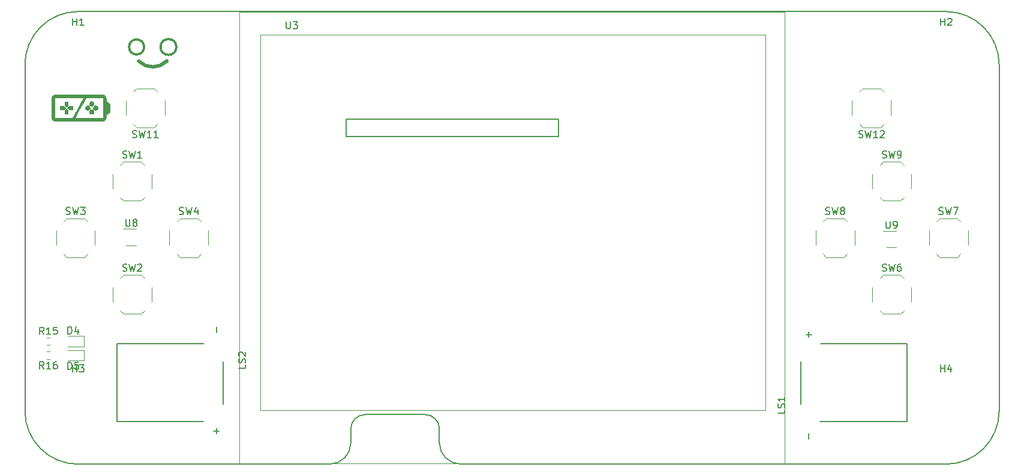
<source format=gbr>
G04 #@! TF.GenerationSoftware,KiCad,Pcbnew,7.0.9*
G04 #@! TF.CreationDate,2024-02-19T16:20:50+08:00*
G04 #@! TF.ProjectId,Teeny_girl,5465656e-795f-4676-9972-6c2e6b696361,rev?*
G04 #@! TF.SameCoordinates,Original*
G04 #@! TF.FileFunction,Legend,Top*
G04 #@! TF.FilePolarity,Positive*
%FSLAX46Y46*%
G04 Gerber Fmt 4.6, Leading zero omitted, Abs format (unit mm)*
G04 Created by KiCad (PCBNEW 7.0.9) date 2024-02-19 16:20:50*
%MOMM*%
%LPD*%
G01*
G04 APERTURE LIST*
%ADD10C,0.300000*%
%ADD11C,0.500000*%
%ADD12C,0.150000*%
%ADD13C,0.120000*%
%ADD14C,0.127000*%
%ADD15C,0.100000*%
G04 #@! TA.AperFunction,Profile*
%ADD16C,0.150000*%
G04 #@! TD*
G04 APERTURE END LIST*
D10*
X90865660Y-44651900D02*
G75*
G03*
X90865660Y-44651900I-1060660J0D01*
G01*
X95423034Y-44651900D02*
G75*
G03*
X95423034Y-44651900I-1118034J0D01*
G01*
D11*
X90080000Y-46639400D02*
G75*
G03*
X94080000Y-46639400I2000000J2000000D01*
G01*
D12*
X87861667Y-76299100D02*
X88004524Y-76346719D01*
X88004524Y-76346719D02*
X88242619Y-76346719D01*
X88242619Y-76346719D02*
X88337857Y-76299100D01*
X88337857Y-76299100D02*
X88385476Y-76251480D01*
X88385476Y-76251480D02*
X88433095Y-76156242D01*
X88433095Y-76156242D02*
X88433095Y-76061004D01*
X88433095Y-76061004D02*
X88385476Y-75965766D01*
X88385476Y-75965766D02*
X88337857Y-75918147D01*
X88337857Y-75918147D02*
X88242619Y-75870528D01*
X88242619Y-75870528D02*
X88052143Y-75822909D01*
X88052143Y-75822909D02*
X87956905Y-75775290D01*
X87956905Y-75775290D02*
X87909286Y-75727671D01*
X87909286Y-75727671D02*
X87861667Y-75632433D01*
X87861667Y-75632433D02*
X87861667Y-75537195D01*
X87861667Y-75537195D02*
X87909286Y-75441957D01*
X87909286Y-75441957D02*
X87956905Y-75394338D01*
X87956905Y-75394338D02*
X88052143Y-75346719D01*
X88052143Y-75346719D02*
X88290238Y-75346719D01*
X88290238Y-75346719D02*
X88433095Y-75394338D01*
X88766429Y-75346719D02*
X89004524Y-76346719D01*
X89004524Y-76346719D02*
X89195000Y-75632433D01*
X89195000Y-75632433D02*
X89385476Y-76346719D01*
X89385476Y-76346719D02*
X89623572Y-75346719D01*
X89956905Y-75441957D02*
X90004524Y-75394338D01*
X90004524Y-75394338D02*
X90099762Y-75346719D01*
X90099762Y-75346719D02*
X90337857Y-75346719D01*
X90337857Y-75346719D02*
X90433095Y-75394338D01*
X90433095Y-75394338D02*
X90480714Y-75441957D01*
X90480714Y-75441957D02*
X90528333Y-75537195D01*
X90528333Y-75537195D02*
X90528333Y-75632433D01*
X90528333Y-75632433D02*
X90480714Y-75775290D01*
X90480714Y-75775290D02*
X89909286Y-76346719D01*
X89909286Y-76346719D02*
X90528333Y-76346719D01*
X203283095Y-41596719D02*
X203283095Y-40596719D01*
X203283095Y-41072909D02*
X203854523Y-41072909D01*
X203854523Y-41596719D02*
X203854523Y-40596719D01*
X204283095Y-40691957D02*
X204330714Y-40644338D01*
X204330714Y-40644338D02*
X204425952Y-40596719D01*
X204425952Y-40596719D02*
X204664047Y-40596719D01*
X204664047Y-40596719D02*
X204759285Y-40644338D01*
X204759285Y-40644338D02*
X204806904Y-40691957D01*
X204806904Y-40691957D02*
X204854523Y-40787195D01*
X204854523Y-40787195D02*
X204854523Y-40882433D01*
X204854523Y-40882433D02*
X204806904Y-41025290D01*
X204806904Y-41025290D02*
X204235476Y-41596719D01*
X204235476Y-41596719D02*
X204854523Y-41596719D01*
X76714642Y-90151719D02*
X76381309Y-89675528D01*
X76143214Y-90151719D02*
X76143214Y-89151719D01*
X76143214Y-89151719D02*
X76524166Y-89151719D01*
X76524166Y-89151719D02*
X76619404Y-89199338D01*
X76619404Y-89199338D02*
X76667023Y-89246957D01*
X76667023Y-89246957D02*
X76714642Y-89342195D01*
X76714642Y-89342195D02*
X76714642Y-89485052D01*
X76714642Y-89485052D02*
X76667023Y-89580290D01*
X76667023Y-89580290D02*
X76619404Y-89627909D01*
X76619404Y-89627909D02*
X76524166Y-89675528D01*
X76524166Y-89675528D02*
X76143214Y-89675528D01*
X77667023Y-90151719D02*
X77095595Y-90151719D01*
X77381309Y-90151719D02*
X77381309Y-89151719D01*
X77381309Y-89151719D02*
X77286071Y-89294576D01*
X77286071Y-89294576D02*
X77190833Y-89389814D01*
X77190833Y-89389814D02*
X77095595Y-89437433D01*
X78524166Y-89151719D02*
X78333690Y-89151719D01*
X78333690Y-89151719D02*
X78238452Y-89199338D01*
X78238452Y-89199338D02*
X78190833Y-89246957D01*
X78190833Y-89246957D02*
X78095595Y-89389814D01*
X78095595Y-89389814D02*
X78047976Y-89580290D01*
X78047976Y-89580290D02*
X78047976Y-89961242D01*
X78047976Y-89961242D02*
X78095595Y-90056480D01*
X78095595Y-90056480D02*
X78143214Y-90104100D01*
X78143214Y-90104100D02*
X78238452Y-90151719D01*
X78238452Y-90151719D02*
X78428928Y-90151719D01*
X78428928Y-90151719D02*
X78524166Y-90104100D01*
X78524166Y-90104100D02*
X78571785Y-90056480D01*
X78571785Y-90056480D02*
X78619404Y-89961242D01*
X78619404Y-89961242D02*
X78619404Y-89723147D01*
X78619404Y-89723147D02*
X78571785Y-89627909D01*
X78571785Y-89627909D02*
X78524166Y-89580290D01*
X78524166Y-89580290D02*
X78428928Y-89532671D01*
X78428928Y-89532671D02*
X78238452Y-89532671D01*
X78238452Y-89532671D02*
X78143214Y-89580290D01*
X78143214Y-89580290D02*
X78095595Y-89627909D01*
X78095595Y-89627909D02*
X78047976Y-89723147D01*
X195061667Y-76299100D02*
X195204524Y-76346719D01*
X195204524Y-76346719D02*
X195442619Y-76346719D01*
X195442619Y-76346719D02*
X195537857Y-76299100D01*
X195537857Y-76299100D02*
X195585476Y-76251480D01*
X195585476Y-76251480D02*
X195633095Y-76156242D01*
X195633095Y-76156242D02*
X195633095Y-76061004D01*
X195633095Y-76061004D02*
X195585476Y-75965766D01*
X195585476Y-75965766D02*
X195537857Y-75918147D01*
X195537857Y-75918147D02*
X195442619Y-75870528D01*
X195442619Y-75870528D02*
X195252143Y-75822909D01*
X195252143Y-75822909D02*
X195156905Y-75775290D01*
X195156905Y-75775290D02*
X195109286Y-75727671D01*
X195109286Y-75727671D02*
X195061667Y-75632433D01*
X195061667Y-75632433D02*
X195061667Y-75537195D01*
X195061667Y-75537195D02*
X195109286Y-75441957D01*
X195109286Y-75441957D02*
X195156905Y-75394338D01*
X195156905Y-75394338D02*
X195252143Y-75346719D01*
X195252143Y-75346719D02*
X195490238Y-75346719D01*
X195490238Y-75346719D02*
X195633095Y-75394338D01*
X195966429Y-75346719D02*
X196204524Y-76346719D01*
X196204524Y-76346719D02*
X196395000Y-75632433D01*
X196395000Y-75632433D02*
X196585476Y-76346719D01*
X196585476Y-76346719D02*
X196823572Y-75346719D01*
X197633095Y-75346719D02*
X197442619Y-75346719D01*
X197442619Y-75346719D02*
X197347381Y-75394338D01*
X197347381Y-75394338D02*
X197299762Y-75441957D01*
X197299762Y-75441957D02*
X197204524Y-75584814D01*
X197204524Y-75584814D02*
X197156905Y-75775290D01*
X197156905Y-75775290D02*
X197156905Y-76156242D01*
X197156905Y-76156242D02*
X197204524Y-76251480D01*
X197204524Y-76251480D02*
X197252143Y-76299100D01*
X197252143Y-76299100D02*
X197347381Y-76346719D01*
X197347381Y-76346719D02*
X197537857Y-76346719D01*
X197537857Y-76346719D02*
X197633095Y-76299100D01*
X197633095Y-76299100D02*
X197680714Y-76251480D01*
X197680714Y-76251480D02*
X197728333Y-76156242D01*
X197728333Y-76156242D02*
X197728333Y-75918147D01*
X197728333Y-75918147D02*
X197680714Y-75822909D01*
X197680714Y-75822909D02*
X197633095Y-75775290D01*
X197633095Y-75775290D02*
X197537857Y-75727671D01*
X197537857Y-75727671D02*
X197347381Y-75727671D01*
X197347381Y-75727671D02*
X197252143Y-75775290D01*
X197252143Y-75775290D02*
X197204524Y-75822909D01*
X197204524Y-75822909D02*
X197156905Y-75918147D01*
X80119405Y-85221719D02*
X80119405Y-84221719D01*
X80119405Y-84221719D02*
X80357500Y-84221719D01*
X80357500Y-84221719D02*
X80500357Y-84269338D01*
X80500357Y-84269338D02*
X80595595Y-84364576D01*
X80595595Y-84364576D02*
X80643214Y-84459814D01*
X80643214Y-84459814D02*
X80690833Y-84650290D01*
X80690833Y-84650290D02*
X80690833Y-84793147D01*
X80690833Y-84793147D02*
X80643214Y-84983623D01*
X80643214Y-84983623D02*
X80595595Y-85078861D01*
X80595595Y-85078861D02*
X80500357Y-85174100D01*
X80500357Y-85174100D02*
X80357500Y-85221719D01*
X80357500Y-85221719D02*
X80119405Y-85221719D01*
X81547976Y-84555052D02*
X81547976Y-85221719D01*
X81309881Y-84174100D02*
X81071786Y-84888385D01*
X81071786Y-84888385D02*
X81690833Y-84888385D01*
X80783095Y-41596719D02*
X80783095Y-40596719D01*
X80783095Y-41072909D02*
X81354523Y-41072909D01*
X81354523Y-41596719D02*
X81354523Y-40596719D01*
X82354523Y-41596719D02*
X81783095Y-41596719D01*
X82068809Y-41596719D02*
X82068809Y-40596719D01*
X82068809Y-40596719D02*
X81973571Y-40739576D01*
X81973571Y-40739576D02*
X81878333Y-40834814D01*
X81878333Y-40834814D02*
X81783095Y-40882433D01*
X76714642Y-85291719D02*
X76381309Y-84815528D01*
X76143214Y-85291719D02*
X76143214Y-84291719D01*
X76143214Y-84291719D02*
X76524166Y-84291719D01*
X76524166Y-84291719D02*
X76619404Y-84339338D01*
X76619404Y-84339338D02*
X76667023Y-84386957D01*
X76667023Y-84386957D02*
X76714642Y-84482195D01*
X76714642Y-84482195D02*
X76714642Y-84625052D01*
X76714642Y-84625052D02*
X76667023Y-84720290D01*
X76667023Y-84720290D02*
X76619404Y-84767909D01*
X76619404Y-84767909D02*
X76524166Y-84815528D01*
X76524166Y-84815528D02*
X76143214Y-84815528D01*
X77667023Y-85291719D02*
X77095595Y-85291719D01*
X77381309Y-85291719D02*
X77381309Y-84291719D01*
X77381309Y-84291719D02*
X77286071Y-84434576D01*
X77286071Y-84434576D02*
X77190833Y-84529814D01*
X77190833Y-84529814D02*
X77095595Y-84577433D01*
X78571785Y-84291719D02*
X78095595Y-84291719D01*
X78095595Y-84291719D02*
X78047976Y-84767909D01*
X78047976Y-84767909D02*
X78095595Y-84720290D01*
X78095595Y-84720290D02*
X78190833Y-84672671D01*
X78190833Y-84672671D02*
X78428928Y-84672671D01*
X78428928Y-84672671D02*
X78524166Y-84720290D01*
X78524166Y-84720290D02*
X78571785Y-84767909D01*
X78571785Y-84767909D02*
X78619404Y-84863147D01*
X78619404Y-84863147D02*
X78619404Y-85101242D01*
X78619404Y-85101242D02*
X78571785Y-85196480D01*
X78571785Y-85196480D02*
X78524166Y-85244100D01*
X78524166Y-85244100D02*
X78428928Y-85291719D01*
X78428928Y-85291719D02*
X78190833Y-85291719D01*
X78190833Y-85291719D02*
X78095595Y-85244100D01*
X78095595Y-85244100D02*
X78047976Y-85196480D01*
X203061667Y-68299100D02*
X203204524Y-68346719D01*
X203204524Y-68346719D02*
X203442619Y-68346719D01*
X203442619Y-68346719D02*
X203537857Y-68299100D01*
X203537857Y-68299100D02*
X203585476Y-68251480D01*
X203585476Y-68251480D02*
X203633095Y-68156242D01*
X203633095Y-68156242D02*
X203633095Y-68061004D01*
X203633095Y-68061004D02*
X203585476Y-67965766D01*
X203585476Y-67965766D02*
X203537857Y-67918147D01*
X203537857Y-67918147D02*
X203442619Y-67870528D01*
X203442619Y-67870528D02*
X203252143Y-67822909D01*
X203252143Y-67822909D02*
X203156905Y-67775290D01*
X203156905Y-67775290D02*
X203109286Y-67727671D01*
X203109286Y-67727671D02*
X203061667Y-67632433D01*
X203061667Y-67632433D02*
X203061667Y-67537195D01*
X203061667Y-67537195D02*
X203109286Y-67441957D01*
X203109286Y-67441957D02*
X203156905Y-67394338D01*
X203156905Y-67394338D02*
X203252143Y-67346719D01*
X203252143Y-67346719D02*
X203490238Y-67346719D01*
X203490238Y-67346719D02*
X203633095Y-67394338D01*
X203966429Y-67346719D02*
X204204524Y-68346719D01*
X204204524Y-68346719D02*
X204395000Y-67632433D01*
X204395000Y-67632433D02*
X204585476Y-68346719D01*
X204585476Y-68346719D02*
X204823572Y-67346719D01*
X205109286Y-67346719D02*
X205775952Y-67346719D01*
X205775952Y-67346719D02*
X205347381Y-68346719D01*
X80119405Y-90221719D02*
X80119405Y-89221719D01*
X80119405Y-89221719D02*
X80357500Y-89221719D01*
X80357500Y-89221719D02*
X80500357Y-89269338D01*
X80500357Y-89269338D02*
X80595595Y-89364576D01*
X80595595Y-89364576D02*
X80643214Y-89459814D01*
X80643214Y-89459814D02*
X80690833Y-89650290D01*
X80690833Y-89650290D02*
X80690833Y-89793147D01*
X80690833Y-89793147D02*
X80643214Y-89983623D01*
X80643214Y-89983623D02*
X80595595Y-90078861D01*
X80595595Y-90078861D02*
X80500357Y-90174100D01*
X80500357Y-90174100D02*
X80357500Y-90221719D01*
X80357500Y-90221719D02*
X80119405Y-90221719D01*
X81595595Y-89221719D02*
X81119405Y-89221719D01*
X81119405Y-89221719D02*
X81071786Y-89697909D01*
X81071786Y-89697909D02*
X81119405Y-89650290D01*
X81119405Y-89650290D02*
X81214643Y-89602671D01*
X81214643Y-89602671D02*
X81452738Y-89602671D01*
X81452738Y-89602671D02*
X81547976Y-89650290D01*
X81547976Y-89650290D02*
X81595595Y-89697909D01*
X81595595Y-89697909D02*
X81643214Y-89793147D01*
X81643214Y-89793147D02*
X81643214Y-90031242D01*
X81643214Y-90031242D02*
X81595595Y-90126480D01*
X81595595Y-90126480D02*
X81547976Y-90174100D01*
X81547976Y-90174100D02*
X81452738Y-90221719D01*
X81452738Y-90221719D02*
X81214643Y-90221719D01*
X81214643Y-90221719D02*
X81119405Y-90174100D01*
X81119405Y-90174100D02*
X81071786Y-90126480D01*
X89235476Y-57429100D02*
X89378333Y-57476719D01*
X89378333Y-57476719D02*
X89616428Y-57476719D01*
X89616428Y-57476719D02*
X89711666Y-57429100D01*
X89711666Y-57429100D02*
X89759285Y-57381480D01*
X89759285Y-57381480D02*
X89806904Y-57286242D01*
X89806904Y-57286242D02*
X89806904Y-57191004D01*
X89806904Y-57191004D02*
X89759285Y-57095766D01*
X89759285Y-57095766D02*
X89711666Y-57048147D01*
X89711666Y-57048147D02*
X89616428Y-57000528D01*
X89616428Y-57000528D02*
X89425952Y-56952909D01*
X89425952Y-56952909D02*
X89330714Y-56905290D01*
X89330714Y-56905290D02*
X89283095Y-56857671D01*
X89283095Y-56857671D02*
X89235476Y-56762433D01*
X89235476Y-56762433D02*
X89235476Y-56667195D01*
X89235476Y-56667195D02*
X89283095Y-56571957D01*
X89283095Y-56571957D02*
X89330714Y-56524338D01*
X89330714Y-56524338D02*
X89425952Y-56476719D01*
X89425952Y-56476719D02*
X89664047Y-56476719D01*
X89664047Y-56476719D02*
X89806904Y-56524338D01*
X90140238Y-56476719D02*
X90378333Y-57476719D01*
X90378333Y-57476719D02*
X90568809Y-56762433D01*
X90568809Y-56762433D02*
X90759285Y-57476719D01*
X90759285Y-57476719D02*
X90997381Y-56476719D01*
X91902142Y-57476719D02*
X91330714Y-57476719D01*
X91616428Y-57476719D02*
X91616428Y-56476719D01*
X91616428Y-56476719D02*
X91521190Y-56619576D01*
X91521190Y-56619576D02*
X91425952Y-56714814D01*
X91425952Y-56714814D02*
X91330714Y-56762433D01*
X92854523Y-57476719D02*
X92283095Y-57476719D01*
X92568809Y-57476719D02*
X92568809Y-56476719D01*
X92568809Y-56476719D02*
X92473571Y-56619576D01*
X92473571Y-56619576D02*
X92378333Y-56714814D01*
X92378333Y-56714814D02*
X92283095Y-56762433D01*
X95861667Y-68299100D02*
X96004524Y-68346719D01*
X96004524Y-68346719D02*
X96242619Y-68346719D01*
X96242619Y-68346719D02*
X96337857Y-68299100D01*
X96337857Y-68299100D02*
X96385476Y-68251480D01*
X96385476Y-68251480D02*
X96433095Y-68156242D01*
X96433095Y-68156242D02*
X96433095Y-68061004D01*
X96433095Y-68061004D02*
X96385476Y-67965766D01*
X96385476Y-67965766D02*
X96337857Y-67918147D01*
X96337857Y-67918147D02*
X96242619Y-67870528D01*
X96242619Y-67870528D02*
X96052143Y-67822909D01*
X96052143Y-67822909D02*
X95956905Y-67775290D01*
X95956905Y-67775290D02*
X95909286Y-67727671D01*
X95909286Y-67727671D02*
X95861667Y-67632433D01*
X95861667Y-67632433D02*
X95861667Y-67537195D01*
X95861667Y-67537195D02*
X95909286Y-67441957D01*
X95909286Y-67441957D02*
X95956905Y-67394338D01*
X95956905Y-67394338D02*
X96052143Y-67346719D01*
X96052143Y-67346719D02*
X96290238Y-67346719D01*
X96290238Y-67346719D02*
X96433095Y-67394338D01*
X96766429Y-67346719D02*
X97004524Y-68346719D01*
X97004524Y-68346719D02*
X97195000Y-67632433D01*
X97195000Y-67632433D02*
X97385476Y-68346719D01*
X97385476Y-68346719D02*
X97623572Y-67346719D01*
X98433095Y-67680052D02*
X98433095Y-68346719D01*
X98195000Y-67299100D02*
X97956905Y-68013385D01*
X97956905Y-68013385D02*
X98575952Y-68013385D01*
X88283095Y-68996719D02*
X88283095Y-69806242D01*
X88283095Y-69806242D02*
X88330714Y-69901480D01*
X88330714Y-69901480D02*
X88378333Y-69949100D01*
X88378333Y-69949100D02*
X88473571Y-69996719D01*
X88473571Y-69996719D02*
X88664047Y-69996719D01*
X88664047Y-69996719D02*
X88759285Y-69949100D01*
X88759285Y-69949100D02*
X88806904Y-69901480D01*
X88806904Y-69901480D02*
X88854523Y-69806242D01*
X88854523Y-69806242D02*
X88854523Y-68996719D01*
X89473571Y-69425290D02*
X89378333Y-69377671D01*
X89378333Y-69377671D02*
X89330714Y-69330052D01*
X89330714Y-69330052D02*
X89283095Y-69234814D01*
X89283095Y-69234814D02*
X89283095Y-69187195D01*
X89283095Y-69187195D02*
X89330714Y-69091957D01*
X89330714Y-69091957D02*
X89378333Y-69044338D01*
X89378333Y-69044338D02*
X89473571Y-68996719D01*
X89473571Y-68996719D02*
X89664047Y-68996719D01*
X89664047Y-68996719D02*
X89759285Y-69044338D01*
X89759285Y-69044338D02*
X89806904Y-69091957D01*
X89806904Y-69091957D02*
X89854523Y-69187195D01*
X89854523Y-69187195D02*
X89854523Y-69234814D01*
X89854523Y-69234814D02*
X89806904Y-69330052D01*
X89806904Y-69330052D02*
X89759285Y-69377671D01*
X89759285Y-69377671D02*
X89664047Y-69425290D01*
X89664047Y-69425290D02*
X89473571Y-69425290D01*
X89473571Y-69425290D02*
X89378333Y-69472909D01*
X89378333Y-69472909D02*
X89330714Y-69520528D01*
X89330714Y-69520528D02*
X89283095Y-69615766D01*
X89283095Y-69615766D02*
X89283095Y-69806242D01*
X89283095Y-69806242D02*
X89330714Y-69901480D01*
X89330714Y-69901480D02*
X89378333Y-69949100D01*
X89378333Y-69949100D02*
X89473571Y-69996719D01*
X89473571Y-69996719D02*
X89664047Y-69996719D01*
X89664047Y-69996719D02*
X89759285Y-69949100D01*
X89759285Y-69949100D02*
X89806904Y-69901480D01*
X89806904Y-69901480D02*
X89854523Y-69806242D01*
X89854523Y-69806242D02*
X89854523Y-69615766D01*
X89854523Y-69615766D02*
X89806904Y-69520528D01*
X89806904Y-69520528D02*
X89759285Y-69472909D01*
X89759285Y-69472909D02*
X89664047Y-69425290D01*
X105194655Y-89601453D02*
X105194655Y-90079203D01*
X105194655Y-90079203D02*
X104191379Y-90079203D01*
X105146880Y-89314802D02*
X105194655Y-89171477D01*
X105194655Y-89171477D02*
X105194655Y-88932602D01*
X105194655Y-88932602D02*
X105146880Y-88837052D01*
X105146880Y-88837052D02*
X105099104Y-88789277D01*
X105099104Y-88789277D02*
X105003554Y-88741502D01*
X105003554Y-88741502D02*
X104908004Y-88741502D01*
X104908004Y-88741502D02*
X104812454Y-88789277D01*
X104812454Y-88789277D02*
X104764679Y-88837052D01*
X104764679Y-88837052D02*
X104716904Y-88932602D01*
X104716904Y-88932602D02*
X104669129Y-89123702D01*
X104669129Y-89123702D02*
X104621354Y-89219252D01*
X104621354Y-89219252D02*
X104573579Y-89267027D01*
X104573579Y-89267027D02*
X104478029Y-89314802D01*
X104478029Y-89314802D02*
X104382479Y-89314802D01*
X104382479Y-89314802D02*
X104286929Y-89267027D01*
X104286929Y-89267027D02*
X104239154Y-89219252D01*
X104239154Y-89219252D02*
X104191379Y-89123702D01*
X104191379Y-89123702D02*
X104191379Y-88884827D01*
X104191379Y-88884827D02*
X104239154Y-88741502D01*
X104286929Y-88359301D02*
X104239154Y-88311526D01*
X104239154Y-88311526D02*
X104191379Y-88215976D01*
X104191379Y-88215976D02*
X104191379Y-87977101D01*
X104191379Y-87977101D02*
X104239154Y-87881551D01*
X104239154Y-87881551D02*
X104286929Y-87833776D01*
X104286929Y-87833776D02*
X104382479Y-87786001D01*
X104382479Y-87786001D02*
X104478029Y-87786001D01*
X104478029Y-87786001D02*
X104621354Y-87833776D01*
X104621354Y-87833776D02*
X105194655Y-88407076D01*
X105194655Y-88407076D02*
X105194655Y-87786001D01*
X101071085Y-84998561D02*
X101071085Y-84234059D01*
X101064827Y-99340434D02*
X101064827Y-98576664D01*
X101446712Y-98958549D02*
X100682942Y-98958549D01*
X87861667Y-60299100D02*
X88004524Y-60346719D01*
X88004524Y-60346719D02*
X88242619Y-60346719D01*
X88242619Y-60346719D02*
X88337857Y-60299100D01*
X88337857Y-60299100D02*
X88385476Y-60251480D01*
X88385476Y-60251480D02*
X88433095Y-60156242D01*
X88433095Y-60156242D02*
X88433095Y-60061004D01*
X88433095Y-60061004D02*
X88385476Y-59965766D01*
X88385476Y-59965766D02*
X88337857Y-59918147D01*
X88337857Y-59918147D02*
X88242619Y-59870528D01*
X88242619Y-59870528D02*
X88052143Y-59822909D01*
X88052143Y-59822909D02*
X87956905Y-59775290D01*
X87956905Y-59775290D02*
X87909286Y-59727671D01*
X87909286Y-59727671D02*
X87861667Y-59632433D01*
X87861667Y-59632433D02*
X87861667Y-59537195D01*
X87861667Y-59537195D02*
X87909286Y-59441957D01*
X87909286Y-59441957D02*
X87956905Y-59394338D01*
X87956905Y-59394338D02*
X88052143Y-59346719D01*
X88052143Y-59346719D02*
X88290238Y-59346719D01*
X88290238Y-59346719D02*
X88433095Y-59394338D01*
X88766429Y-59346719D02*
X89004524Y-60346719D01*
X89004524Y-60346719D02*
X89195000Y-59632433D01*
X89195000Y-59632433D02*
X89385476Y-60346719D01*
X89385476Y-60346719D02*
X89623572Y-59346719D01*
X90528333Y-60346719D02*
X89956905Y-60346719D01*
X90242619Y-60346719D02*
X90242619Y-59346719D01*
X90242619Y-59346719D02*
X90147381Y-59489576D01*
X90147381Y-59489576D02*
X90052143Y-59584814D01*
X90052143Y-59584814D02*
X89956905Y-59632433D01*
X181308015Y-95972273D02*
X181308015Y-96450023D01*
X181308015Y-96450023D02*
X180304739Y-96450023D01*
X181260240Y-95685622D02*
X181308015Y-95542297D01*
X181308015Y-95542297D02*
X181308015Y-95303422D01*
X181308015Y-95303422D02*
X181260240Y-95207872D01*
X181260240Y-95207872D02*
X181212464Y-95160097D01*
X181212464Y-95160097D02*
X181116914Y-95112322D01*
X181116914Y-95112322D02*
X181021364Y-95112322D01*
X181021364Y-95112322D02*
X180925814Y-95160097D01*
X180925814Y-95160097D02*
X180878039Y-95207872D01*
X180878039Y-95207872D02*
X180830264Y-95303422D01*
X180830264Y-95303422D02*
X180782489Y-95494522D01*
X180782489Y-95494522D02*
X180734714Y-95590072D01*
X180734714Y-95590072D02*
X180686939Y-95637847D01*
X180686939Y-95637847D02*
X180591389Y-95685622D01*
X180591389Y-95685622D02*
X180495839Y-95685622D01*
X180495839Y-95685622D02*
X180400289Y-95637847D01*
X180400289Y-95637847D02*
X180352514Y-95590072D01*
X180352514Y-95590072D02*
X180304739Y-95494522D01*
X180304739Y-95494522D02*
X180304739Y-95255647D01*
X180304739Y-95255647D02*
X180352514Y-95112322D01*
X181308015Y-94156821D02*
X181308015Y-94730121D01*
X181308015Y-94443471D02*
X180304739Y-94443471D01*
X180304739Y-94443471D02*
X180448064Y-94539021D01*
X180448064Y-94539021D02*
X180543614Y-94634571D01*
X180543614Y-94634571D02*
X180591389Y-94730121D01*
X184673307Y-85707134D02*
X184673307Y-84943364D01*
X185055192Y-85325249D02*
X184291422Y-85325249D01*
X184667205Y-100049741D02*
X184667205Y-99285239D01*
X195583095Y-69296719D02*
X195583095Y-70106242D01*
X195583095Y-70106242D02*
X195630714Y-70201480D01*
X195630714Y-70201480D02*
X195678333Y-70249100D01*
X195678333Y-70249100D02*
X195773571Y-70296719D01*
X195773571Y-70296719D02*
X195964047Y-70296719D01*
X195964047Y-70296719D02*
X196059285Y-70249100D01*
X196059285Y-70249100D02*
X196106904Y-70201480D01*
X196106904Y-70201480D02*
X196154523Y-70106242D01*
X196154523Y-70106242D02*
X196154523Y-69296719D01*
X196678333Y-70296719D02*
X196868809Y-70296719D01*
X196868809Y-70296719D02*
X196964047Y-70249100D01*
X196964047Y-70249100D02*
X197011666Y-70201480D01*
X197011666Y-70201480D02*
X197106904Y-70058623D01*
X197106904Y-70058623D02*
X197154523Y-69868147D01*
X197154523Y-69868147D02*
X197154523Y-69487195D01*
X197154523Y-69487195D02*
X197106904Y-69391957D01*
X197106904Y-69391957D02*
X197059285Y-69344338D01*
X197059285Y-69344338D02*
X196964047Y-69296719D01*
X196964047Y-69296719D02*
X196773571Y-69296719D01*
X196773571Y-69296719D02*
X196678333Y-69344338D01*
X196678333Y-69344338D02*
X196630714Y-69391957D01*
X196630714Y-69391957D02*
X196583095Y-69487195D01*
X196583095Y-69487195D02*
X196583095Y-69725290D01*
X196583095Y-69725290D02*
X196630714Y-69820528D01*
X196630714Y-69820528D02*
X196678333Y-69868147D01*
X196678333Y-69868147D02*
X196773571Y-69915766D01*
X196773571Y-69915766D02*
X196964047Y-69915766D01*
X196964047Y-69915766D02*
X197059285Y-69868147D01*
X197059285Y-69868147D02*
X197106904Y-69820528D01*
X197106904Y-69820528D02*
X197154523Y-69725290D01*
X195061667Y-60299100D02*
X195204524Y-60346719D01*
X195204524Y-60346719D02*
X195442619Y-60346719D01*
X195442619Y-60346719D02*
X195537857Y-60299100D01*
X195537857Y-60299100D02*
X195585476Y-60251480D01*
X195585476Y-60251480D02*
X195633095Y-60156242D01*
X195633095Y-60156242D02*
X195633095Y-60061004D01*
X195633095Y-60061004D02*
X195585476Y-59965766D01*
X195585476Y-59965766D02*
X195537857Y-59918147D01*
X195537857Y-59918147D02*
X195442619Y-59870528D01*
X195442619Y-59870528D02*
X195252143Y-59822909D01*
X195252143Y-59822909D02*
X195156905Y-59775290D01*
X195156905Y-59775290D02*
X195109286Y-59727671D01*
X195109286Y-59727671D02*
X195061667Y-59632433D01*
X195061667Y-59632433D02*
X195061667Y-59537195D01*
X195061667Y-59537195D02*
X195109286Y-59441957D01*
X195109286Y-59441957D02*
X195156905Y-59394338D01*
X195156905Y-59394338D02*
X195252143Y-59346719D01*
X195252143Y-59346719D02*
X195490238Y-59346719D01*
X195490238Y-59346719D02*
X195633095Y-59394338D01*
X195966429Y-59346719D02*
X196204524Y-60346719D01*
X196204524Y-60346719D02*
X196395000Y-59632433D01*
X196395000Y-59632433D02*
X196585476Y-60346719D01*
X196585476Y-60346719D02*
X196823572Y-59346719D01*
X197252143Y-60346719D02*
X197442619Y-60346719D01*
X197442619Y-60346719D02*
X197537857Y-60299100D01*
X197537857Y-60299100D02*
X197585476Y-60251480D01*
X197585476Y-60251480D02*
X197680714Y-60108623D01*
X197680714Y-60108623D02*
X197728333Y-59918147D01*
X197728333Y-59918147D02*
X197728333Y-59537195D01*
X197728333Y-59537195D02*
X197680714Y-59441957D01*
X197680714Y-59441957D02*
X197633095Y-59394338D01*
X197633095Y-59394338D02*
X197537857Y-59346719D01*
X197537857Y-59346719D02*
X197347381Y-59346719D01*
X197347381Y-59346719D02*
X197252143Y-59394338D01*
X197252143Y-59394338D02*
X197204524Y-59441957D01*
X197204524Y-59441957D02*
X197156905Y-59537195D01*
X197156905Y-59537195D02*
X197156905Y-59775290D01*
X197156905Y-59775290D02*
X197204524Y-59870528D01*
X197204524Y-59870528D02*
X197252143Y-59918147D01*
X197252143Y-59918147D02*
X197347381Y-59965766D01*
X197347381Y-59965766D02*
X197537857Y-59965766D01*
X197537857Y-59965766D02*
X197633095Y-59918147D01*
X197633095Y-59918147D02*
X197680714Y-59870528D01*
X197680714Y-59870528D02*
X197728333Y-59775290D01*
X203283095Y-90596719D02*
X203283095Y-89596719D01*
X203283095Y-90072909D02*
X203854523Y-90072909D01*
X203854523Y-90596719D02*
X203854523Y-89596719D01*
X204759285Y-89930052D02*
X204759285Y-90596719D01*
X204521190Y-89549100D02*
X204283095Y-90263385D01*
X204283095Y-90263385D02*
X204902142Y-90263385D01*
X110935695Y-41077919D02*
X110935695Y-41887442D01*
X110935695Y-41887442D02*
X110983314Y-41982680D01*
X110983314Y-41982680D02*
X111030933Y-42030300D01*
X111030933Y-42030300D02*
X111126171Y-42077919D01*
X111126171Y-42077919D02*
X111316647Y-42077919D01*
X111316647Y-42077919D02*
X111411885Y-42030300D01*
X111411885Y-42030300D02*
X111459504Y-41982680D01*
X111459504Y-41982680D02*
X111507123Y-41887442D01*
X111507123Y-41887442D02*
X111507123Y-41077919D01*
X111888076Y-41077919D02*
X112507123Y-41077919D01*
X112507123Y-41077919D02*
X112173790Y-41458871D01*
X112173790Y-41458871D02*
X112316647Y-41458871D01*
X112316647Y-41458871D02*
X112411885Y-41506490D01*
X112411885Y-41506490D02*
X112459504Y-41554109D01*
X112459504Y-41554109D02*
X112507123Y-41649347D01*
X112507123Y-41649347D02*
X112507123Y-41887442D01*
X112507123Y-41887442D02*
X112459504Y-41982680D01*
X112459504Y-41982680D02*
X112411885Y-42030300D01*
X112411885Y-42030300D02*
X112316647Y-42077919D01*
X112316647Y-42077919D02*
X112030933Y-42077919D01*
X112030933Y-42077919D02*
X111935695Y-42030300D01*
X111935695Y-42030300D02*
X111888076Y-41982680D01*
X187061667Y-68299100D02*
X187204524Y-68346719D01*
X187204524Y-68346719D02*
X187442619Y-68346719D01*
X187442619Y-68346719D02*
X187537857Y-68299100D01*
X187537857Y-68299100D02*
X187585476Y-68251480D01*
X187585476Y-68251480D02*
X187633095Y-68156242D01*
X187633095Y-68156242D02*
X187633095Y-68061004D01*
X187633095Y-68061004D02*
X187585476Y-67965766D01*
X187585476Y-67965766D02*
X187537857Y-67918147D01*
X187537857Y-67918147D02*
X187442619Y-67870528D01*
X187442619Y-67870528D02*
X187252143Y-67822909D01*
X187252143Y-67822909D02*
X187156905Y-67775290D01*
X187156905Y-67775290D02*
X187109286Y-67727671D01*
X187109286Y-67727671D02*
X187061667Y-67632433D01*
X187061667Y-67632433D02*
X187061667Y-67537195D01*
X187061667Y-67537195D02*
X187109286Y-67441957D01*
X187109286Y-67441957D02*
X187156905Y-67394338D01*
X187156905Y-67394338D02*
X187252143Y-67346719D01*
X187252143Y-67346719D02*
X187490238Y-67346719D01*
X187490238Y-67346719D02*
X187633095Y-67394338D01*
X187966429Y-67346719D02*
X188204524Y-68346719D01*
X188204524Y-68346719D02*
X188395000Y-67632433D01*
X188395000Y-67632433D02*
X188585476Y-68346719D01*
X188585476Y-68346719D02*
X188823572Y-67346719D01*
X189347381Y-67775290D02*
X189252143Y-67727671D01*
X189252143Y-67727671D02*
X189204524Y-67680052D01*
X189204524Y-67680052D02*
X189156905Y-67584814D01*
X189156905Y-67584814D02*
X189156905Y-67537195D01*
X189156905Y-67537195D02*
X189204524Y-67441957D01*
X189204524Y-67441957D02*
X189252143Y-67394338D01*
X189252143Y-67394338D02*
X189347381Y-67346719D01*
X189347381Y-67346719D02*
X189537857Y-67346719D01*
X189537857Y-67346719D02*
X189633095Y-67394338D01*
X189633095Y-67394338D02*
X189680714Y-67441957D01*
X189680714Y-67441957D02*
X189728333Y-67537195D01*
X189728333Y-67537195D02*
X189728333Y-67584814D01*
X189728333Y-67584814D02*
X189680714Y-67680052D01*
X189680714Y-67680052D02*
X189633095Y-67727671D01*
X189633095Y-67727671D02*
X189537857Y-67775290D01*
X189537857Y-67775290D02*
X189347381Y-67775290D01*
X189347381Y-67775290D02*
X189252143Y-67822909D01*
X189252143Y-67822909D02*
X189204524Y-67870528D01*
X189204524Y-67870528D02*
X189156905Y-67965766D01*
X189156905Y-67965766D02*
X189156905Y-68156242D01*
X189156905Y-68156242D02*
X189204524Y-68251480D01*
X189204524Y-68251480D02*
X189252143Y-68299100D01*
X189252143Y-68299100D02*
X189347381Y-68346719D01*
X189347381Y-68346719D02*
X189537857Y-68346719D01*
X189537857Y-68346719D02*
X189633095Y-68299100D01*
X189633095Y-68299100D02*
X189680714Y-68251480D01*
X189680714Y-68251480D02*
X189728333Y-68156242D01*
X189728333Y-68156242D02*
X189728333Y-67965766D01*
X189728333Y-67965766D02*
X189680714Y-67870528D01*
X189680714Y-67870528D02*
X189633095Y-67822909D01*
X189633095Y-67822909D02*
X189537857Y-67775290D01*
X79861667Y-68299100D02*
X80004524Y-68346719D01*
X80004524Y-68346719D02*
X80242619Y-68346719D01*
X80242619Y-68346719D02*
X80337857Y-68299100D01*
X80337857Y-68299100D02*
X80385476Y-68251480D01*
X80385476Y-68251480D02*
X80433095Y-68156242D01*
X80433095Y-68156242D02*
X80433095Y-68061004D01*
X80433095Y-68061004D02*
X80385476Y-67965766D01*
X80385476Y-67965766D02*
X80337857Y-67918147D01*
X80337857Y-67918147D02*
X80242619Y-67870528D01*
X80242619Y-67870528D02*
X80052143Y-67822909D01*
X80052143Y-67822909D02*
X79956905Y-67775290D01*
X79956905Y-67775290D02*
X79909286Y-67727671D01*
X79909286Y-67727671D02*
X79861667Y-67632433D01*
X79861667Y-67632433D02*
X79861667Y-67537195D01*
X79861667Y-67537195D02*
X79909286Y-67441957D01*
X79909286Y-67441957D02*
X79956905Y-67394338D01*
X79956905Y-67394338D02*
X80052143Y-67346719D01*
X80052143Y-67346719D02*
X80290238Y-67346719D01*
X80290238Y-67346719D02*
X80433095Y-67394338D01*
X80766429Y-67346719D02*
X81004524Y-68346719D01*
X81004524Y-68346719D02*
X81195000Y-67632433D01*
X81195000Y-67632433D02*
X81385476Y-68346719D01*
X81385476Y-68346719D02*
X81623572Y-67346719D01*
X81909286Y-67346719D02*
X82528333Y-67346719D01*
X82528333Y-67346719D02*
X82195000Y-67727671D01*
X82195000Y-67727671D02*
X82337857Y-67727671D01*
X82337857Y-67727671D02*
X82433095Y-67775290D01*
X82433095Y-67775290D02*
X82480714Y-67822909D01*
X82480714Y-67822909D02*
X82528333Y-67918147D01*
X82528333Y-67918147D02*
X82528333Y-68156242D01*
X82528333Y-68156242D02*
X82480714Y-68251480D01*
X82480714Y-68251480D02*
X82433095Y-68299100D01*
X82433095Y-68299100D02*
X82337857Y-68346719D01*
X82337857Y-68346719D02*
X82052143Y-68346719D01*
X82052143Y-68346719D02*
X81956905Y-68299100D01*
X81956905Y-68299100D02*
X81909286Y-68251480D01*
X80783095Y-90596719D02*
X80783095Y-89596719D01*
X80783095Y-90072909D02*
X81354523Y-90072909D01*
X81354523Y-90596719D02*
X81354523Y-89596719D01*
X81735476Y-89596719D02*
X82354523Y-89596719D01*
X82354523Y-89596719D02*
X82021190Y-89977671D01*
X82021190Y-89977671D02*
X82164047Y-89977671D01*
X82164047Y-89977671D02*
X82259285Y-90025290D01*
X82259285Y-90025290D02*
X82306904Y-90072909D01*
X82306904Y-90072909D02*
X82354523Y-90168147D01*
X82354523Y-90168147D02*
X82354523Y-90406242D01*
X82354523Y-90406242D02*
X82306904Y-90501480D01*
X82306904Y-90501480D02*
X82259285Y-90549100D01*
X82259285Y-90549100D02*
X82164047Y-90596719D01*
X82164047Y-90596719D02*
X81878333Y-90596719D01*
X81878333Y-90596719D02*
X81783095Y-90549100D01*
X81783095Y-90549100D02*
X81735476Y-90501480D01*
X191735476Y-57424100D02*
X191878333Y-57471719D01*
X191878333Y-57471719D02*
X192116428Y-57471719D01*
X192116428Y-57471719D02*
X192211666Y-57424100D01*
X192211666Y-57424100D02*
X192259285Y-57376480D01*
X192259285Y-57376480D02*
X192306904Y-57281242D01*
X192306904Y-57281242D02*
X192306904Y-57186004D01*
X192306904Y-57186004D02*
X192259285Y-57090766D01*
X192259285Y-57090766D02*
X192211666Y-57043147D01*
X192211666Y-57043147D02*
X192116428Y-56995528D01*
X192116428Y-56995528D02*
X191925952Y-56947909D01*
X191925952Y-56947909D02*
X191830714Y-56900290D01*
X191830714Y-56900290D02*
X191783095Y-56852671D01*
X191783095Y-56852671D02*
X191735476Y-56757433D01*
X191735476Y-56757433D02*
X191735476Y-56662195D01*
X191735476Y-56662195D02*
X191783095Y-56566957D01*
X191783095Y-56566957D02*
X191830714Y-56519338D01*
X191830714Y-56519338D02*
X191925952Y-56471719D01*
X191925952Y-56471719D02*
X192164047Y-56471719D01*
X192164047Y-56471719D02*
X192306904Y-56519338D01*
X192640238Y-56471719D02*
X192878333Y-57471719D01*
X192878333Y-57471719D02*
X193068809Y-56757433D01*
X193068809Y-56757433D02*
X193259285Y-57471719D01*
X193259285Y-57471719D02*
X193497381Y-56471719D01*
X194402142Y-57471719D02*
X193830714Y-57471719D01*
X194116428Y-57471719D02*
X194116428Y-56471719D01*
X194116428Y-56471719D02*
X194021190Y-56614576D01*
X194021190Y-56614576D02*
X193925952Y-56709814D01*
X193925952Y-56709814D02*
X193830714Y-56757433D01*
X194783095Y-56566957D02*
X194830714Y-56519338D01*
X194830714Y-56519338D02*
X194925952Y-56471719D01*
X194925952Y-56471719D02*
X195164047Y-56471719D01*
X195164047Y-56471719D02*
X195259285Y-56519338D01*
X195259285Y-56519338D02*
X195306904Y-56566957D01*
X195306904Y-56566957D02*
X195354523Y-56662195D01*
X195354523Y-56662195D02*
X195354523Y-56757433D01*
X195354523Y-56757433D02*
X195306904Y-56900290D01*
X195306904Y-56900290D02*
X194735476Y-57471719D01*
X194735476Y-57471719D02*
X195354523Y-57471719D01*
D13*
X86445000Y-78641900D02*
X86445000Y-80641900D01*
X87495000Y-77341900D02*
X87945000Y-76891900D01*
X87495000Y-81941900D02*
X87945000Y-82391900D01*
X87945000Y-76891900D02*
X90445000Y-76891900D01*
X87945000Y-82391900D02*
X90445000Y-82391900D01*
X90895000Y-77341900D02*
X90445000Y-76891900D01*
X90895000Y-81941900D02*
X90445000Y-82391900D01*
X91945000Y-78641900D02*
X91945000Y-80641900D01*
G36*
X80071212Y-53480193D02*
G01*
X80210355Y-53627327D01*
X80210909Y-53917723D01*
X80211464Y-54208119D01*
X79932683Y-54208119D01*
X79653903Y-54208119D01*
X79653903Y-53917492D01*
X79653903Y-53626865D01*
X79792987Y-53479962D01*
X79932070Y-53333058D01*
X80071212Y-53480193D01*
G37*
G36*
X80211464Y-52654410D02*
G01*
X80211464Y-52943749D01*
X80083690Y-53076452D01*
X80032313Y-53129307D01*
X79987883Y-53174080D01*
X79955269Y-53205926D01*
X79939589Y-53219844D01*
X79923375Y-53213221D01*
X79890914Y-53187108D01*
X79846429Y-53145262D01*
X79794141Y-53091442D01*
X79788582Y-53085477D01*
X79653903Y-52940423D01*
X79653903Y-52652747D01*
X79653903Y-52365071D01*
X79932683Y-52365071D01*
X80211464Y-52365071D01*
X80211464Y-52654410D01*
G37*
G36*
X79720632Y-53150724D02*
G01*
X79774915Y-53203474D01*
X79820405Y-53249458D01*
X79852648Y-53284046D01*
X79867191Y-53302606D01*
X79867513Y-53303448D01*
X79858424Y-53319692D01*
X79830344Y-53352012D01*
X79787466Y-53395937D01*
X79733980Y-53446997D01*
X79725891Y-53454454D01*
X79579745Y-53588607D01*
X79298838Y-53588607D01*
X79192961Y-53588073D01*
X79114698Y-53586317D01*
X79060701Y-53583108D01*
X79027625Y-53578215D01*
X79012121Y-53571406D01*
X79010283Y-53568679D01*
X79007993Y-53547192D01*
X79006484Y-53500291D01*
X79005822Y-53433532D01*
X79006075Y-53352467D01*
X79006898Y-53286026D01*
X79011159Y-53023302D01*
X79294717Y-53019077D01*
X79578275Y-53014853D01*
X79720632Y-53150724D01*
G37*
G36*
X83621797Y-53491806D02*
G01*
X83705393Y-53538509D01*
X83774636Y-53606975D01*
X83813894Y-53671978D01*
X83844957Y-53771370D01*
X83848048Y-53869335D01*
X83825868Y-53961614D01*
X83781120Y-54043948D01*
X83716506Y-54112076D01*
X83634730Y-54161739D01*
X83538492Y-54188677D01*
X83483778Y-54192291D01*
X83410506Y-54185734D01*
X83344728Y-54168917D01*
X83332124Y-54163747D01*
X83268159Y-54122526D01*
X83206772Y-54062321D01*
X83158377Y-53994115D01*
X83144465Y-53965810D01*
X83124218Y-53880139D01*
X83127767Y-53786378D01*
X83152853Y-53693188D01*
X83197219Y-53609227D01*
X83253691Y-53547109D01*
X83339794Y-53494518D01*
X83433507Y-53468586D01*
X83529338Y-53468090D01*
X83621797Y-53491806D01*
G37*
G36*
X84169090Y-52938282D02*
G01*
X84234649Y-52971833D01*
X84299896Y-53024991D01*
X84354328Y-53088114D01*
X84379764Y-53131717D01*
X84399459Y-53198620D01*
X84407577Y-53278735D01*
X84403735Y-53358196D01*
X84387774Y-53422611D01*
X84335510Y-53510395D01*
X84263671Y-53578319D01*
X84177676Y-53624397D01*
X84082943Y-53646648D01*
X83984890Y-53643087D01*
X83888934Y-53611731D01*
X83881485Y-53607949D01*
X83797784Y-53548559D01*
X83736948Y-53473083D01*
X83699212Y-53386585D01*
X83684812Y-53294127D01*
X83693983Y-53200774D01*
X83726960Y-53111590D01*
X83783977Y-53031639D01*
X83852076Y-52974354D01*
X83922128Y-52942675D01*
X84007696Y-52925497D01*
X84096214Y-52924250D01*
X84169090Y-52938282D01*
G37*
G36*
X83022087Y-52933259D02*
G01*
X83105545Y-52967309D01*
X83182705Y-53028638D01*
X83184626Y-53030550D01*
X83230485Y-53090820D01*
X83267423Y-53165926D01*
X83289657Y-53242487D01*
X83293537Y-53282548D01*
X83279680Y-53367677D01*
X83241809Y-53453654D01*
X83185472Y-53532083D01*
X83116219Y-53594567D01*
X83069563Y-53621465D01*
X82978679Y-53646574D01*
X82880538Y-53645472D01*
X82784032Y-53618379D01*
X82774583Y-53614142D01*
X82686969Y-53559053D01*
X82622965Y-53489535D01*
X82581645Y-53409888D01*
X82562078Y-53324412D01*
X82563338Y-53237406D01*
X82584496Y-53153169D01*
X82624623Y-53076001D01*
X82682791Y-53010202D01*
X82758072Y-52960072D01*
X82849538Y-52929908D01*
X82923810Y-52922972D01*
X83022087Y-52933259D01*
G37*
G36*
X83558747Y-52346800D02*
G01*
X83650674Y-52380356D01*
X83732258Y-52435571D01*
X83797073Y-52509779D01*
X83814713Y-52539952D01*
X83836049Y-52603003D01*
X83846813Y-52681170D01*
X83845774Y-52760035D01*
X83837540Y-52807295D01*
X83807275Y-52874748D01*
X83756999Y-52942512D01*
X83695743Y-53000125D01*
X83642877Y-53032810D01*
X83566340Y-53054811D01*
X83477665Y-53061011D01*
X83390743Y-53051421D01*
X83332257Y-53032597D01*
X83247157Y-52978144D01*
X83184545Y-52907468D01*
X83144157Y-52825365D01*
X83125727Y-52736631D01*
X83128992Y-52646064D01*
X83153688Y-52558459D01*
X83199549Y-52478613D01*
X83266312Y-52411323D01*
X83353713Y-52361384D01*
X83369579Y-52355331D01*
X83462906Y-52337570D01*
X83558747Y-52346800D01*
G37*
G36*
X80665391Y-53015663D02*
G01*
X80738019Y-53016328D01*
X80788348Y-53018077D01*
X80820717Y-53021433D01*
X80839465Y-53026923D01*
X80848929Y-53035069D01*
X80853449Y-53046397D01*
X80854468Y-53050406D01*
X80857144Y-53077423D01*
X80858911Y-53129207D01*
X80859677Y-53199559D01*
X80859352Y-53282283D01*
X80858635Y-53333058D01*
X80854208Y-53580863D01*
X80567683Y-53584905D01*
X80281159Y-53588947D01*
X80137897Y-53455868D01*
X80083554Y-53404005D01*
X80038731Y-53358589D01*
X80007782Y-53324228D01*
X79995061Y-53305526D01*
X79994959Y-53304692D01*
X80005856Y-53287845D01*
X80035397Y-53254791D01*
X80079248Y-53210096D01*
X80133074Y-53158324D01*
X80140831Y-53151077D01*
X80286378Y-53015558D01*
X80566126Y-53015558D01*
X80665391Y-53015663D01*
G37*
G36*
X85241089Y-51426284D02*
G01*
X85346873Y-51491742D01*
X85434388Y-51580535D01*
X85501334Y-51689456D01*
X85545413Y-51815299D01*
X85555300Y-51864493D01*
X85560924Y-51914809D01*
X85565577Y-51986821D01*
X85568801Y-52071256D01*
X85570142Y-52158837D01*
X85570155Y-52166487D01*
X85570244Y-52378330D01*
X85659299Y-52389217D01*
X85780245Y-52418198D01*
X85884660Y-52472870D01*
X85970779Y-52551997D01*
X86036072Y-52652789D01*
X86073598Y-52729034D01*
X86073598Y-53286595D01*
X86073598Y-53844156D01*
X86032001Y-53922989D01*
X85964286Y-54019861D01*
X85876365Y-54096060D01*
X85773090Y-54148319D01*
X85660420Y-54173269D01*
X85570244Y-54181446D01*
X85570155Y-54399996D01*
X85569015Y-54488666D01*
X85565964Y-54575057D01*
X85561445Y-54650074D01*
X85555902Y-54704626D01*
X85554978Y-54710681D01*
X85519370Y-54838131D01*
X85457959Y-54952705D01*
X85373799Y-55050085D01*
X85269941Y-55125955D01*
X85255984Y-55133575D01*
X85175305Y-55176107D01*
X81713781Y-55179544D01*
X81327417Y-55179920D01*
X80970806Y-55180246D01*
X80642725Y-55180511D01*
X80341952Y-55180709D01*
X80067264Y-55180829D01*
X79817438Y-55180865D01*
X79591252Y-55180806D01*
X79387483Y-55180645D01*
X79204908Y-55180374D01*
X79042304Y-55179982D01*
X78898450Y-55179463D01*
X78772121Y-55178807D01*
X78662097Y-55178005D01*
X78567153Y-55177050D01*
X78486068Y-55175933D01*
X78417618Y-55174644D01*
X78360582Y-55173176D01*
X78313735Y-55171520D01*
X78275857Y-55169667D01*
X78245723Y-55167609D01*
X78222112Y-55165337D01*
X78203800Y-55162843D01*
X78189565Y-55160118D01*
X78178185Y-55157154D01*
X78170641Y-55154717D01*
X78067052Y-55103664D01*
X77978201Y-55026825D01*
X77902749Y-54922943D01*
X77880549Y-54882488D01*
X77818598Y-54761759D01*
X77818295Y-54672754D01*
X81186400Y-54672754D01*
X83113373Y-54672754D01*
X83399140Y-54672727D01*
X83655514Y-54672634D01*
X83884074Y-54672454D01*
X84086402Y-54672168D01*
X84264078Y-54671755D01*
X84418685Y-54671196D01*
X84551803Y-54670470D01*
X84665014Y-54669557D01*
X84759897Y-54668438D01*
X84838036Y-54667092D01*
X84901010Y-54665500D01*
X84950400Y-54663641D01*
X84987789Y-54661496D01*
X85014757Y-54659044D01*
X85032885Y-54656265D01*
X85043754Y-54653140D01*
X85048946Y-54649648D01*
X85049746Y-54648255D01*
X85051303Y-54628979D01*
X85052716Y-54581465D01*
X85053985Y-54508452D01*
X85055110Y-54412679D01*
X85056091Y-54296882D01*
X85056928Y-54163801D01*
X85057621Y-54016173D01*
X85058170Y-53856736D01*
X85058575Y-53688229D01*
X85058836Y-53513389D01*
X85058953Y-53334955D01*
X85058926Y-53155665D01*
X85058755Y-52978256D01*
X85058440Y-52805468D01*
X85057981Y-52640037D01*
X85057378Y-52484703D01*
X85056631Y-52342203D01*
X85055740Y-52215275D01*
X85054705Y-52106658D01*
X85053526Y-52019089D01*
X85052204Y-51955306D01*
X85050737Y-51918049D01*
X85049746Y-51909447D01*
X85045705Y-51904859D01*
X85035996Y-51900876D01*
X85018591Y-51897455D01*
X84991463Y-51894555D01*
X84952586Y-51892133D01*
X84899931Y-51890148D01*
X84831472Y-51888558D01*
X84745182Y-51887320D01*
X84639034Y-51886394D01*
X84511000Y-51885736D01*
X84359055Y-51885306D01*
X84181170Y-51885061D01*
X83975319Y-51884959D01*
X83864929Y-51884949D01*
X83637844Y-51885045D01*
X83440010Y-51885352D01*
X83269699Y-51885900D01*
X83125186Y-51886715D01*
X83004746Y-51887827D01*
X82906652Y-51889264D01*
X82829181Y-51891055D01*
X82770605Y-51893227D01*
X82729199Y-51895810D01*
X82703238Y-51898831D01*
X82690996Y-51902319D01*
X82689479Y-51904308D01*
X82689187Y-51909224D01*
X82687761Y-51915705D01*
X82684356Y-51925319D01*
X82678127Y-51939636D01*
X82668230Y-51960221D01*
X82653817Y-51988643D01*
X82634045Y-52026471D01*
X82608067Y-52075271D01*
X82575038Y-52136612D01*
X82534114Y-52212062D01*
X82484448Y-52303188D01*
X82425195Y-52411558D01*
X82355510Y-52538741D01*
X82274548Y-52686303D01*
X82181463Y-52855813D01*
X82075409Y-53048839D01*
X81955542Y-53266948D01*
X81914951Y-53340802D01*
X81815164Y-53522393D01*
X81719250Y-53697003D01*
X81628312Y-53862621D01*
X81543454Y-54017233D01*
X81465779Y-54158827D01*
X81396390Y-54285390D01*
X81336392Y-54394908D01*
X81286888Y-54485370D01*
X81248982Y-54554763D01*
X81223776Y-54601073D01*
X81212374Y-54622287D01*
X81212307Y-54622418D01*
X81186400Y-54672754D01*
X77818295Y-54672754D01*
X77815483Y-53845859D01*
X78324705Y-53845859D01*
X78324723Y-54016611D01*
X78324907Y-54171914D01*
X78325251Y-54309522D01*
X78325750Y-54427189D01*
X78326397Y-54522669D01*
X78327189Y-54593717D01*
X78328119Y-54638086D01*
X78329084Y-54653394D01*
X78336426Y-54657060D01*
X78356597Y-54660251D01*
X78391291Y-54662990D01*
X78442200Y-54665304D01*
X78511020Y-54667217D01*
X78599442Y-54668754D01*
X78709162Y-54669940D01*
X78841872Y-54670799D01*
X78999266Y-54671357D01*
X79183039Y-54671639D01*
X79394882Y-54671669D01*
X79564362Y-54671550D01*
X80792257Y-54670346D01*
X80862729Y-54528288D01*
X80880591Y-54493759D01*
X80912215Y-54434301D01*
X80956406Y-54352108D01*
X81011970Y-54249374D01*
X81077712Y-54128294D01*
X81152435Y-53991063D01*
X81234946Y-53839876D01*
X81324049Y-53676927D01*
X81418549Y-53504412D01*
X81517251Y-53324525D01*
X81617759Y-53141642D01*
X81717479Y-52960279D01*
X81812833Y-52786727D01*
X81902777Y-52622896D01*
X81986267Y-52470695D01*
X82062258Y-52332032D01*
X82129704Y-52208816D01*
X82187562Y-52102957D01*
X82234785Y-52016362D01*
X82270330Y-51950942D01*
X82293152Y-51908604D01*
X82302206Y-51891257D01*
X82302318Y-51890943D01*
X82287135Y-51890219D01*
X82242808Y-51889578D01*
X82171167Y-51889024D01*
X82074044Y-51888559D01*
X81953269Y-51888184D01*
X81810673Y-51887902D01*
X81648087Y-51887714D01*
X81467343Y-51887623D01*
X81270271Y-51887630D01*
X81058702Y-51887738D01*
X80834467Y-51887949D01*
X80599396Y-51888264D01*
X80355322Y-51888685D01*
X80316007Y-51888762D01*
X78329696Y-51892693D01*
X78325699Y-53263363D01*
X78325187Y-53466989D01*
X78324858Y-53661903D01*
X78324705Y-53845859D01*
X77815483Y-53845859D01*
X77813745Y-53334970D01*
X77812918Y-53083703D01*
X77812299Y-52861447D01*
X77811962Y-52666239D01*
X77811980Y-52496113D01*
X77812428Y-52349107D01*
X77813380Y-52223255D01*
X77814908Y-52116594D01*
X77817088Y-52027159D01*
X77819993Y-51952987D01*
X77823696Y-51892114D01*
X77828273Y-51842574D01*
X77833796Y-51802405D01*
X77840339Y-51769642D01*
X77847976Y-51742321D01*
X77856782Y-51718478D01*
X77866830Y-51696149D01*
X77876076Y-51677535D01*
X77927923Y-51598791D01*
X77999219Y-51521785D01*
X78079604Y-51456680D01*
X78134141Y-51424406D01*
X78221281Y-51381595D01*
X81682805Y-51381595D01*
X85144330Y-51381595D01*
X85241089Y-51426284D01*
G37*
X77594758Y-88789400D02*
X77120242Y-88789400D01*
X77594758Y-87744400D02*
X77120242Y-87744400D01*
X193645000Y-78641900D02*
X193645000Y-80641900D01*
X194695000Y-77341900D02*
X195145000Y-76891900D01*
X194695000Y-81941900D02*
X195145000Y-82391900D01*
X195145000Y-76891900D02*
X197645000Y-76891900D01*
X195145000Y-82391900D02*
X197645000Y-82391900D01*
X198095000Y-77341900D02*
X197645000Y-76891900D01*
X198095000Y-81941900D02*
X197645000Y-82391900D01*
X199145000Y-78641900D02*
X199145000Y-80641900D01*
X82342500Y-87001900D02*
X82342500Y-85531900D01*
X82342500Y-85531900D02*
X80057500Y-85531900D01*
X80057500Y-87001900D02*
X82342500Y-87001900D01*
X77120242Y-85744400D02*
X77594758Y-85744400D01*
X77120242Y-86789400D02*
X77594758Y-86789400D01*
X201645000Y-70641900D02*
X201645000Y-72641900D01*
X202695000Y-69341900D02*
X203145000Y-68891900D01*
X202695000Y-73941900D02*
X203145000Y-74391900D01*
X203145000Y-68891900D02*
X205645000Y-68891900D01*
X203145000Y-74391900D02*
X205645000Y-74391900D01*
X206095000Y-69341900D02*
X205645000Y-68891900D01*
X206095000Y-73941900D02*
X205645000Y-74391900D01*
X207145000Y-70641900D02*
X207145000Y-72641900D01*
X82342500Y-89001900D02*
X82342500Y-87531900D01*
X82342500Y-87531900D02*
X80057500Y-87531900D01*
X80057500Y-89001900D02*
X82342500Y-89001900D01*
X93795000Y-54271900D02*
X93795000Y-52271900D01*
X92745000Y-55571900D02*
X92295000Y-56021900D01*
X92745000Y-50971900D02*
X92295000Y-50521900D01*
X92295000Y-56021900D02*
X89795000Y-56021900D01*
X92295000Y-50521900D02*
X89795000Y-50521900D01*
X89345000Y-55571900D02*
X89795000Y-56021900D01*
X89345000Y-50971900D02*
X89795000Y-50521900D01*
X88295000Y-54271900D02*
X88295000Y-52271900D01*
X94445000Y-70641900D02*
X94445000Y-72641900D01*
X95495000Y-69341900D02*
X95945000Y-68891900D01*
X95495000Y-73941900D02*
X95945000Y-74391900D01*
X95945000Y-68891900D02*
X98445000Y-68891900D01*
X95945000Y-74391900D02*
X98445000Y-74391900D01*
X98895000Y-69341900D02*
X98445000Y-68891900D01*
X98895000Y-73941900D02*
X98445000Y-74391900D01*
X99945000Y-70641900D02*
X99945000Y-72641900D01*
X88345000Y-72701900D02*
X89745000Y-72701900D01*
X89745000Y-70381900D02*
X87845000Y-70381900D01*
D14*
X99345000Y-86641900D02*
X87045000Y-86641900D01*
X87045000Y-86641900D02*
X87045000Y-97641900D01*
X102045000Y-89141900D02*
X102045000Y-95141900D01*
X87045000Y-97641900D02*
X99245000Y-97641900D01*
D13*
X86445000Y-62641900D02*
X86445000Y-64641900D01*
X87495000Y-61341900D02*
X87945000Y-60891900D01*
X87495000Y-65941900D02*
X87945000Y-66391900D01*
X87945000Y-60891900D02*
X90445000Y-60891900D01*
X87945000Y-66391900D02*
X90445000Y-66391900D01*
X90895000Y-61341900D02*
X90445000Y-60891900D01*
X90895000Y-65941900D02*
X90445000Y-66391900D01*
X91945000Y-62641900D02*
X91945000Y-64641900D01*
D14*
X186245000Y-97641900D02*
X198545000Y-97641900D01*
X198545000Y-97641900D02*
X198545000Y-86641900D01*
X183545000Y-95141900D02*
X183545000Y-89141900D01*
X198545000Y-86641900D02*
X186345000Y-86641900D01*
D13*
X195645000Y-73001900D02*
X197045000Y-73001900D01*
X197045000Y-70681900D02*
X195145000Y-70681900D01*
X193645000Y-62641900D02*
X193645000Y-64641900D01*
X194695000Y-61341900D02*
X195145000Y-60891900D01*
X194695000Y-65941900D02*
X195145000Y-66391900D01*
X195145000Y-60891900D02*
X197645000Y-60891900D01*
X195145000Y-66391900D02*
X197645000Y-66391900D01*
X198095000Y-61341900D02*
X197645000Y-60891900D01*
X198095000Y-65941900D02*
X197645000Y-66391900D01*
X199145000Y-62641900D02*
X199145000Y-64641900D01*
D15*
X104345000Y-39741900D02*
X181245000Y-39741900D01*
X181245000Y-39741900D02*
X181245000Y-103541900D01*
X181245000Y-103541900D02*
X104345000Y-103541900D01*
X104345000Y-103541900D02*
X104345000Y-39741900D01*
X107245000Y-42941900D02*
X178545000Y-42941900D01*
X178545000Y-42941900D02*
X178545000Y-96041900D01*
X178545000Y-96041900D02*
X107245000Y-96041900D01*
X107245000Y-96041900D02*
X107245000Y-42941900D01*
D13*
X185645000Y-70641900D02*
X185645000Y-72641900D01*
X186695000Y-69341900D02*
X187145000Y-68891900D01*
X186695000Y-73941900D02*
X187145000Y-74391900D01*
X187145000Y-68891900D02*
X189645000Y-68891900D01*
X187145000Y-74391900D02*
X189645000Y-74391900D01*
X190095000Y-69341900D02*
X189645000Y-68891900D01*
X190095000Y-73941900D02*
X189645000Y-74391900D01*
X191145000Y-70641900D02*
X191145000Y-72641900D01*
X78445000Y-70641900D02*
X78445000Y-72641900D01*
X79495000Y-69341900D02*
X79945000Y-68891900D01*
X79495000Y-73941900D02*
X79945000Y-74391900D01*
X79945000Y-68891900D02*
X82445000Y-68891900D01*
X79945000Y-74391900D02*
X82445000Y-74391900D01*
X82895000Y-69341900D02*
X82445000Y-68891900D01*
X82895000Y-73941900D02*
X82445000Y-74391900D01*
X83945000Y-70641900D02*
X83945000Y-72641900D01*
X196295000Y-54266900D02*
X196295000Y-52266900D01*
X195245000Y-55566900D02*
X194795000Y-56016900D01*
X195245000Y-50966900D02*
X194795000Y-50516900D01*
X194795000Y-56016900D02*
X192295000Y-56016900D01*
X194795000Y-50516900D02*
X192295000Y-50516900D01*
X191845000Y-55566900D02*
X192295000Y-56016900D01*
X191845000Y-50966900D02*
X192295000Y-50516900D01*
X190795000Y-54266900D02*
X190795000Y-52266900D01*
D16*
X116545000Y-103641900D02*
X117045000Y-103641900D01*
X117045000Y-103641900D02*
G75*
G03*
X120045000Y-100641900I0J3000000D01*
G01*
X132545000Y-98641900D02*
G75*
G03*
X130545000Y-96641900I-2000000J0D01*
G01*
X74045000Y-47141900D02*
X74045000Y-96141900D01*
X211545000Y-47141900D02*
G75*
G03*
X204045000Y-39641900I-7500000J0D01*
G01*
X120045000Y-100641900D02*
X120045000Y-98641900D01*
X81545000Y-39641900D02*
X204045000Y-39641900D01*
X132545000Y-98641900D02*
X132545000Y-100641900D01*
X122045000Y-96641900D02*
X130545000Y-96641900D01*
X81545000Y-39641900D02*
G75*
G03*
X74045000Y-47141900I0J-7500000D01*
G01*
X132545000Y-100641900D02*
G75*
G03*
X135545000Y-103641900I3000000J0D01*
G01*
X204045000Y-103641900D02*
X136545000Y-103641900D01*
X81545000Y-103641900D02*
X116545000Y-103641900D01*
X122045000Y-96641900D02*
G75*
G03*
X120045000Y-98641900I0J-2000000D01*
G01*
X211545000Y-47141900D02*
X211545000Y-96141900D01*
X136545000Y-103641900D02*
X135545000Y-103641900D01*
X74045000Y-96141900D02*
G75*
G03*
X81545000Y-103641900I7500000J0D01*
G01*
X204045000Y-103641900D02*
G75*
G03*
X211545000Y-96141900I0J7500000D01*
G01*
X149345000Y-57341900D02*
X119345000Y-57341900D01*
X119345000Y-54841900D01*
X149345000Y-54841900D01*
X149345000Y-57341900D01*
M02*

</source>
